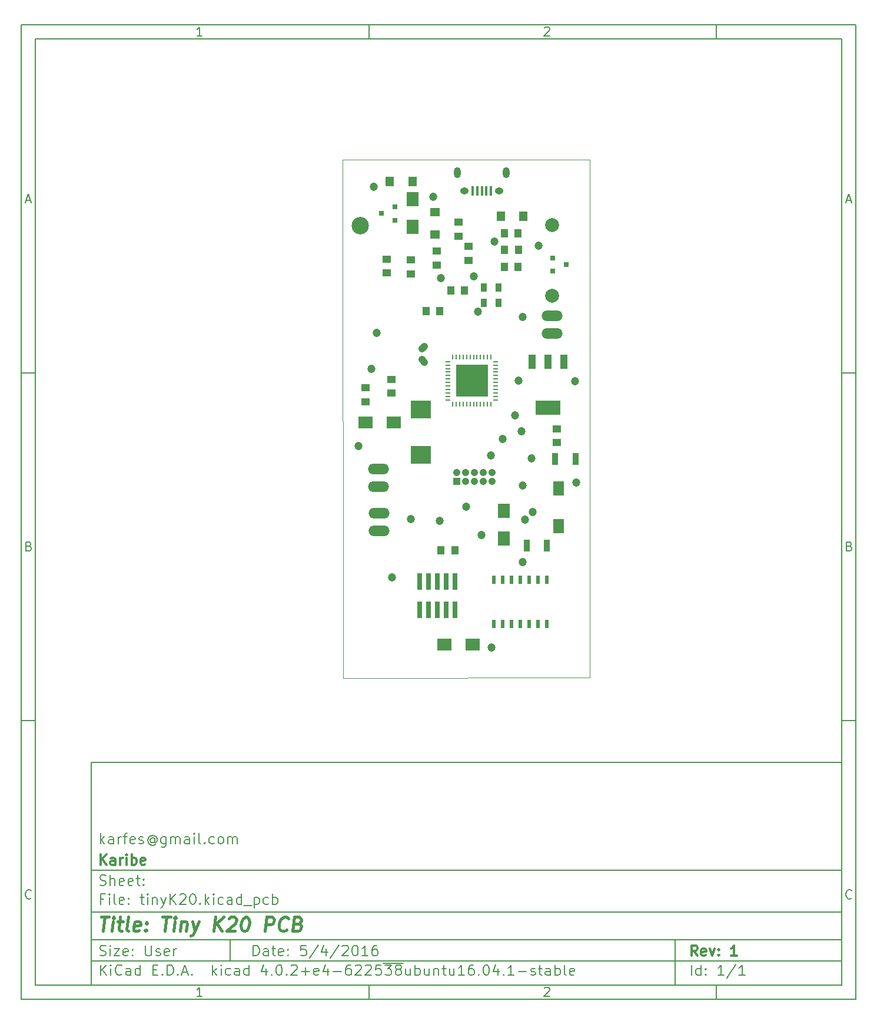
<source format=gbr>
G04 #@! TF.FileFunction,Soldermask,Top*
%FSLAX46Y46*%
G04 Gerber Fmt 4.6, Leading zero omitted, Abs format (unit mm)*
G04 Created by KiCad (PCBNEW 4.0.2+e4-6225~38~ubuntu16.04.1-stable) date Wed 01 Jun 2016 06:58:51 PM EAT*
%MOMM*%
G01*
G04 APERTURE LIST*
%ADD10C,0.100000*%
%ADD11C,0.150000*%
%ADD12C,0.300000*%
%ADD13C,0.400000*%
%ADD14R,0.250000X0.700000*%
%ADD15R,0.700000X0.250000*%
%ADD16R,4.600000X4.600000*%
%ADD17R,1.600000X2.000000*%
%ADD18R,0.400000X1.350000*%
%ADD19O,1.250000X0.950000*%
%ADD20O,1.000000X1.550000*%
%ADD21C,1.998980*%
%ADD22R,1.000000X1.250000*%
%ADD23R,1.250000X1.000000*%
%ADD24R,0.800100X0.800100*%
%ADD25R,3.657600X2.032000*%
%ADD26R,1.016000X2.032000*%
%ADD27R,0.508000X1.143000*%
%ADD28R,1.150620X1.399540*%
%ADD29R,1.399540X1.150620*%
%ADD30O,3.014980X1.506220*%
%ADD31C,1.000760*%
%ADD32R,0.760000X2.400000*%
%ADD33R,1.050000X1.050000*%
%ADD34C,1.050000*%
%ADD35R,3.000000X2.500000*%
%ADD36R,1.700000X2.000000*%
%ADD37R,0.900000X1.200000*%
%ADD38R,2.000000X1.700000*%
%ADD39R,0.900000X1.700000*%
%ADD40C,2.499360*%
%ADD41C,1.200000*%
%ADD42C,1.000000*%
G04 APERTURE END LIST*
D10*
D11*
X20004800Y-115994600D02*
X20004800Y-147994600D01*
X128004800Y-147994600D01*
X128004800Y-115994600D01*
X20004800Y-115994600D01*
D10*
D11*
X10000000Y-10000000D02*
X10000000Y-149994600D01*
X130004800Y-149994600D01*
X130004800Y-10000000D01*
X10000000Y-10000000D01*
D10*
D11*
X12000000Y-12000000D02*
X12000000Y-147994600D01*
X128004800Y-147994600D01*
X128004800Y-12000000D01*
X12000000Y-12000000D01*
D10*
D11*
X60000000Y-12000000D02*
X60000000Y-10000000D01*
D10*
D11*
X110000000Y-12000000D02*
X110000000Y-10000000D01*
D10*
D11*
X35990476Y-11588095D02*
X35247619Y-11588095D01*
X35619048Y-11588095D02*
X35619048Y-10288095D01*
X35495238Y-10473810D01*
X35371429Y-10597619D01*
X35247619Y-10659524D01*
D10*
D11*
X85247619Y-10411905D02*
X85309524Y-10350000D01*
X85433333Y-10288095D01*
X85742857Y-10288095D01*
X85866667Y-10350000D01*
X85928571Y-10411905D01*
X85990476Y-10535714D01*
X85990476Y-10659524D01*
X85928571Y-10845238D01*
X85185714Y-11588095D01*
X85990476Y-11588095D01*
D10*
D11*
X60000000Y-147994600D02*
X60000000Y-149994600D01*
D10*
D11*
X110000000Y-147994600D02*
X110000000Y-149994600D01*
D10*
D11*
X35990476Y-149582695D02*
X35247619Y-149582695D01*
X35619048Y-149582695D02*
X35619048Y-148282695D01*
X35495238Y-148468410D01*
X35371429Y-148592219D01*
X35247619Y-148654124D01*
D10*
D11*
X85247619Y-148406505D02*
X85309524Y-148344600D01*
X85433333Y-148282695D01*
X85742857Y-148282695D01*
X85866667Y-148344600D01*
X85928571Y-148406505D01*
X85990476Y-148530314D01*
X85990476Y-148654124D01*
X85928571Y-148839838D01*
X85185714Y-149582695D01*
X85990476Y-149582695D01*
D10*
D11*
X10000000Y-60000000D02*
X12000000Y-60000000D01*
D10*
D11*
X10000000Y-110000000D02*
X12000000Y-110000000D01*
D10*
D11*
X10690476Y-35216667D02*
X11309524Y-35216667D01*
X10566667Y-35588095D02*
X11000000Y-34288095D01*
X11433333Y-35588095D01*
D10*
D11*
X11092857Y-84907143D02*
X11278571Y-84969048D01*
X11340476Y-85030952D01*
X11402381Y-85154762D01*
X11402381Y-85340476D01*
X11340476Y-85464286D01*
X11278571Y-85526190D01*
X11154762Y-85588095D01*
X10659524Y-85588095D01*
X10659524Y-84288095D01*
X11092857Y-84288095D01*
X11216667Y-84350000D01*
X11278571Y-84411905D01*
X11340476Y-84535714D01*
X11340476Y-84659524D01*
X11278571Y-84783333D01*
X11216667Y-84845238D01*
X11092857Y-84907143D01*
X10659524Y-84907143D01*
D10*
D11*
X11402381Y-135464286D02*
X11340476Y-135526190D01*
X11154762Y-135588095D01*
X11030952Y-135588095D01*
X10845238Y-135526190D01*
X10721429Y-135402381D01*
X10659524Y-135278571D01*
X10597619Y-135030952D01*
X10597619Y-134845238D01*
X10659524Y-134597619D01*
X10721429Y-134473810D01*
X10845238Y-134350000D01*
X11030952Y-134288095D01*
X11154762Y-134288095D01*
X11340476Y-134350000D01*
X11402381Y-134411905D01*
D10*
D11*
X130004800Y-60000000D02*
X128004800Y-60000000D01*
D10*
D11*
X130004800Y-110000000D02*
X128004800Y-110000000D01*
D10*
D11*
X128695276Y-35216667D02*
X129314324Y-35216667D01*
X128571467Y-35588095D02*
X129004800Y-34288095D01*
X129438133Y-35588095D01*
D10*
D11*
X129097657Y-84907143D02*
X129283371Y-84969048D01*
X129345276Y-85030952D01*
X129407181Y-85154762D01*
X129407181Y-85340476D01*
X129345276Y-85464286D01*
X129283371Y-85526190D01*
X129159562Y-85588095D01*
X128664324Y-85588095D01*
X128664324Y-84288095D01*
X129097657Y-84288095D01*
X129221467Y-84350000D01*
X129283371Y-84411905D01*
X129345276Y-84535714D01*
X129345276Y-84659524D01*
X129283371Y-84783333D01*
X129221467Y-84845238D01*
X129097657Y-84907143D01*
X128664324Y-84907143D01*
D10*
D11*
X129407181Y-135464286D02*
X129345276Y-135526190D01*
X129159562Y-135588095D01*
X129035752Y-135588095D01*
X128850038Y-135526190D01*
X128726229Y-135402381D01*
X128664324Y-135278571D01*
X128602419Y-135030952D01*
X128602419Y-134845238D01*
X128664324Y-134597619D01*
X128726229Y-134473810D01*
X128850038Y-134350000D01*
X129035752Y-134288095D01*
X129159562Y-134288095D01*
X129345276Y-134350000D01*
X129407181Y-134411905D01*
D10*
D11*
X43361943Y-143773171D02*
X43361943Y-142273171D01*
X43719086Y-142273171D01*
X43933371Y-142344600D01*
X44076229Y-142487457D01*
X44147657Y-142630314D01*
X44219086Y-142916029D01*
X44219086Y-143130314D01*
X44147657Y-143416029D01*
X44076229Y-143558886D01*
X43933371Y-143701743D01*
X43719086Y-143773171D01*
X43361943Y-143773171D01*
X45504800Y-143773171D02*
X45504800Y-142987457D01*
X45433371Y-142844600D01*
X45290514Y-142773171D01*
X45004800Y-142773171D01*
X44861943Y-142844600D01*
X45504800Y-143701743D02*
X45361943Y-143773171D01*
X45004800Y-143773171D01*
X44861943Y-143701743D01*
X44790514Y-143558886D01*
X44790514Y-143416029D01*
X44861943Y-143273171D01*
X45004800Y-143201743D01*
X45361943Y-143201743D01*
X45504800Y-143130314D01*
X46004800Y-142773171D02*
X46576229Y-142773171D01*
X46219086Y-142273171D02*
X46219086Y-143558886D01*
X46290514Y-143701743D01*
X46433372Y-143773171D01*
X46576229Y-143773171D01*
X47647657Y-143701743D02*
X47504800Y-143773171D01*
X47219086Y-143773171D01*
X47076229Y-143701743D01*
X47004800Y-143558886D01*
X47004800Y-142987457D01*
X47076229Y-142844600D01*
X47219086Y-142773171D01*
X47504800Y-142773171D01*
X47647657Y-142844600D01*
X47719086Y-142987457D01*
X47719086Y-143130314D01*
X47004800Y-143273171D01*
X48361943Y-143630314D02*
X48433371Y-143701743D01*
X48361943Y-143773171D01*
X48290514Y-143701743D01*
X48361943Y-143630314D01*
X48361943Y-143773171D01*
X48361943Y-142844600D02*
X48433371Y-142916029D01*
X48361943Y-142987457D01*
X48290514Y-142916029D01*
X48361943Y-142844600D01*
X48361943Y-142987457D01*
X50933372Y-142273171D02*
X50219086Y-142273171D01*
X50147657Y-142987457D01*
X50219086Y-142916029D01*
X50361943Y-142844600D01*
X50719086Y-142844600D01*
X50861943Y-142916029D01*
X50933372Y-142987457D01*
X51004800Y-143130314D01*
X51004800Y-143487457D01*
X50933372Y-143630314D01*
X50861943Y-143701743D01*
X50719086Y-143773171D01*
X50361943Y-143773171D01*
X50219086Y-143701743D01*
X50147657Y-143630314D01*
X52719085Y-142201743D02*
X51433371Y-144130314D01*
X53861943Y-142773171D02*
X53861943Y-143773171D01*
X53504800Y-142201743D02*
X53147657Y-143273171D01*
X54076229Y-143273171D01*
X55719085Y-142201743D02*
X54433371Y-144130314D01*
X56147657Y-142416029D02*
X56219086Y-142344600D01*
X56361943Y-142273171D01*
X56719086Y-142273171D01*
X56861943Y-142344600D01*
X56933372Y-142416029D01*
X57004800Y-142558886D01*
X57004800Y-142701743D01*
X56933372Y-142916029D01*
X56076229Y-143773171D01*
X57004800Y-143773171D01*
X57933371Y-142273171D02*
X58076228Y-142273171D01*
X58219085Y-142344600D01*
X58290514Y-142416029D01*
X58361943Y-142558886D01*
X58433371Y-142844600D01*
X58433371Y-143201743D01*
X58361943Y-143487457D01*
X58290514Y-143630314D01*
X58219085Y-143701743D01*
X58076228Y-143773171D01*
X57933371Y-143773171D01*
X57790514Y-143701743D01*
X57719085Y-143630314D01*
X57647657Y-143487457D01*
X57576228Y-143201743D01*
X57576228Y-142844600D01*
X57647657Y-142558886D01*
X57719085Y-142416029D01*
X57790514Y-142344600D01*
X57933371Y-142273171D01*
X59861942Y-143773171D02*
X59004799Y-143773171D01*
X59433371Y-143773171D02*
X59433371Y-142273171D01*
X59290514Y-142487457D01*
X59147656Y-142630314D01*
X59004799Y-142701743D01*
X61147656Y-142273171D02*
X60861942Y-142273171D01*
X60719085Y-142344600D01*
X60647656Y-142416029D01*
X60504799Y-142630314D01*
X60433370Y-142916029D01*
X60433370Y-143487457D01*
X60504799Y-143630314D01*
X60576227Y-143701743D01*
X60719085Y-143773171D01*
X61004799Y-143773171D01*
X61147656Y-143701743D01*
X61219085Y-143630314D01*
X61290513Y-143487457D01*
X61290513Y-143130314D01*
X61219085Y-142987457D01*
X61147656Y-142916029D01*
X61004799Y-142844600D01*
X60719085Y-142844600D01*
X60576227Y-142916029D01*
X60504799Y-142987457D01*
X60433370Y-143130314D01*
D10*
D11*
X20004800Y-144494600D02*
X128004800Y-144494600D01*
D10*
D11*
X21361943Y-146573171D02*
X21361943Y-145073171D01*
X22219086Y-146573171D02*
X21576229Y-145716029D01*
X22219086Y-145073171D02*
X21361943Y-145930314D01*
X22861943Y-146573171D02*
X22861943Y-145573171D01*
X22861943Y-145073171D02*
X22790514Y-145144600D01*
X22861943Y-145216029D01*
X22933371Y-145144600D01*
X22861943Y-145073171D01*
X22861943Y-145216029D01*
X24433372Y-146430314D02*
X24361943Y-146501743D01*
X24147657Y-146573171D01*
X24004800Y-146573171D01*
X23790515Y-146501743D01*
X23647657Y-146358886D01*
X23576229Y-146216029D01*
X23504800Y-145930314D01*
X23504800Y-145716029D01*
X23576229Y-145430314D01*
X23647657Y-145287457D01*
X23790515Y-145144600D01*
X24004800Y-145073171D01*
X24147657Y-145073171D01*
X24361943Y-145144600D01*
X24433372Y-145216029D01*
X25719086Y-146573171D02*
X25719086Y-145787457D01*
X25647657Y-145644600D01*
X25504800Y-145573171D01*
X25219086Y-145573171D01*
X25076229Y-145644600D01*
X25719086Y-146501743D02*
X25576229Y-146573171D01*
X25219086Y-146573171D01*
X25076229Y-146501743D01*
X25004800Y-146358886D01*
X25004800Y-146216029D01*
X25076229Y-146073171D01*
X25219086Y-146001743D01*
X25576229Y-146001743D01*
X25719086Y-145930314D01*
X27076229Y-146573171D02*
X27076229Y-145073171D01*
X27076229Y-146501743D02*
X26933372Y-146573171D01*
X26647658Y-146573171D01*
X26504800Y-146501743D01*
X26433372Y-146430314D01*
X26361943Y-146287457D01*
X26361943Y-145858886D01*
X26433372Y-145716029D01*
X26504800Y-145644600D01*
X26647658Y-145573171D01*
X26933372Y-145573171D01*
X27076229Y-145644600D01*
X28933372Y-145787457D02*
X29433372Y-145787457D01*
X29647658Y-146573171D02*
X28933372Y-146573171D01*
X28933372Y-145073171D01*
X29647658Y-145073171D01*
X30290515Y-146430314D02*
X30361943Y-146501743D01*
X30290515Y-146573171D01*
X30219086Y-146501743D01*
X30290515Y-146430314D01*
X30290515Y-146573171D01*
X31004801Y-146573171D02*
X31004801Y-145073171D01*
X31361944Y-145073171D01*
X31576229Y-145144600D01*
X31719087Y-145287457D01*
X31790515Y-145430314D01*
X31861944Y-145716029D01*
X31861944Y-145930314D01*
X31790515Y-146216029D01*
X31719087Y-146358886D01*
X31576229Y-146501743D01*
X31361944Y-146573171D01*
X31004801Y-146573171D01*
X32504801Y-146430314D02*
X32576229Y-146501743D01*
X32504801Y-146573171D01*
X32433372Y-146501743D01*
X32504801Y-146430314D01*
X32504801Y-146573171D01*
X33147658Y-146144600D02*
X33861944Y-146144600D01*
X33004801Y-146573171D02*
X33504801Y-145073171D01*
X34004801Y-146573171D01*
X34504801Y-146430314D02*
X34576229Y-146501743D01*
X34504801Y-146573171D01*
X34433372Y-146501743D01*
X34504801Y-146430314D01*
X34504801Y-146573171D01*
X37504801Y-146573171D02*
X37504801Y-145073171D01*
X37647658Y-146001743D02*
X38076229Y-146573171D01*
X38076229Y-145573171D02*
X37504801Y-146144600D01*
X38719087Y-146573171D02*
X38719087Y-145573171D01*
X38719087Y-145073171D02*
X38647658Y-145144600D01*
X38719087Y-145216029D01*
X38790515Y-145144600D01*
X38719087Y-145073171D01*
X38719087Y-145216029D01*
X40076230Y-146501743D02*
X39933373Y-146573171D01*
X39647659Y-146573171D01*
X39504801Y-146501743D01*
X39433373Y-146430314D01*
X39361944Y-146287457D01*
X39361944Y-145858886D01*
X39433373Y-145716029D01*
X39504801Y-145644600D01*
X39647659Y-145573171D01*
X39933373Y-145573171D01*
X40076230Y-145644600D01*
X41361944Y-146573171D02*
X41361944Y-145787457D01*
X41290515Y-145644600D01*
X41147658Y-145573171D01*
X40861944Y-145573171D01*
X40719087Y-145644600D01*
X41361944Y-146501743D02*
X41219087Y-146573171D01*
X40861944Y-146573171D01*
X40719087Y-146501743D01*
X40647658Y-146358886D01*
X40647658Y-146216029D01*
X40719087Y-146073171D01*
X40861944Y-146001743D01*
X41219087Y-146001743D01*
X41361944Y-145930314D01*
X42719087Y-146573171D02*
X42719087Y-145073171D01*
X42719087Y-146501743D02*
X42576230Y-146573171D01*
X42290516Y-146573171D01*
X42147658Y-146501743D01*
X42076230Y-146430314D01*
X42004801Y-146287457D01*
X42004801Y-145858886D01*
X42076230Y-145716029D01*
X42147658Y-145644600D01*
X42290516Y-145573171D01*
X42576230Y-145573171D01*
X42719087Y-145644600D01*
X45219087Y-145573171D02*
X45219087Y-146573171D01*
X44861944Y-145001743D02*
X44504801Y-146073171D01*
X45433373Y-146073171D01*
X46004801Y-146430314D02*
X46076229Y-146501743D01*
X46004801Y-146573171D01*
X45933372Y-146501743D01*
X46004801Y-146430314D01*
X46004801Y-146573171D01*
X47004801Y-145073171D02*
X47147658Y-145073171D01*
X47290515Y-145144600D01*
X47361944Y-145216029D01*
X47433373Y-145358886D01*
X47504801Y-145644600D01*
X47504801Y-146001743D01*
X47433373Y-146287457D01*
X47361944Y-146430314D01*
X47290515Y-146501743D01*
X47147658Y-146573171D01*
X47004801Y-146573171D01*
X46861944Y-146501743D01*
X46790515Y-146430314D01*
X46719087Y-146287457D01*
X46647658Y-146001743D01*
X46647658Y-145644600D01*
X46719087Y-145358886D01*
X46790515Y-145216029D01*
X46861944Y-145144600D01*
X47004801Y-145073171D01*
X48147658Y-146430314D02*
X48219086Y-146501743D01*
X48147658Y-146573171D01*
X48076229Y-146501743D01*
X48147658Y-146430314D01*
X48147658Y-146573171D01*
X48790515Y-145216029D02*
X48861944Y-145144600D01*
X49004801Y-145073171D01*
X49361944Y-145073171D01*
X49504801Y-145144600D01*
X49576230Y-145216029D01*
X49647658Y-145358886D01*
X49647658Y-145501743D01*
X49576230Y-145716029D01*
X48719087Y-146573171D01*
X49647658Y-146573171D01*
X50290515Y-146001743D02*
X51433372Y-146001743D01*
X50861943Y-146573171D02*
X50861943Y-145430314D01*
X52719086Y-146501743D02*
X52576229Y-146573171D01*
X52290515Y-146573171D01*
X52147658Y-146501743D01*
X52076229Y-146358886D01*
X52076229Y-145787457D01*
X52147658Y-145644600D01*
X52290515Y-145573171D01*
X52576229Y-145573171D01*
X52719086Y-145644600D01*
X52790515Y-145787457D01*
X52790515Y-145930314D01*
X52076229Y-146073171D01*
X54076229Y-145573171D02*
X54076229Y-146573171D01*
X53719086Y-145001743D02*
X53361943Y-146073171D01*
X54290515Y-146073171D01*
X54861943Y-146001743D02*
X56004800Y-146001743D01*
X57361943Y-145073171D02*
X57076229Y-145073171D01*
X56933372Y-145144600D01*
X56861943Y-145216029D01*
X56719086Y-145430314D01*
X56647657Y-145716029D01*
X56647657Y-146287457D01*
X56719086Y-146430314D01*
X56790514Y-146501743D01*
X56933372Y-146573171D01*
X57219086Y-146573171D01*
X57361943Y-146501743D01*
X57433372Y-146430314D01*
X57504800Y-146287457D01*
X57504800Y-145930314D01*
X57433372Y-145787457D01*
X57361943Y-145716029D01*
X57219086Y-145644600D01*
X56933372Y-145644600D01*
X56790514Y-145716029D01*
X56719086Y-145787457D01*
X56647657Y-145930314D01*
X58076228Y-145216029D02*
X58147657Y-145144600D01*
X58290514Y-145073171D01*
X58647657Y-145073171D01*
X58790514Y-145144600D01*
X58861943Y-145216029D01*
X58933371Y-145358886D01*
X58933371Y-145501743D01*
X58861943Y-145716029D01*
X58004800Y-146573171D01*
X58933371Y-146573171D01*
X59504799Y-145216029D02*
X59576228Y-145144600D01*
X59719085Y-145073171D01*
X60076228Y-145073171D01*
X60219085Y-145144600D01*
X60290514Y-145216029D01*
X60361942Y-145358886D01*
X60361942Y-145501743D01*
X60290514Y-145716029D01*
X59433371Y-146573171D01*
X60361942Y-146573171D01*
X61719085Y-145073171D02*
X61004799Y-145073171D01*
X60933370Y-145787457D01*
X61004799Y-145716029D01*
X61147656Y-145644600D01*
X61504799Y-145644600D01*
X61647656Y-145716029D01*
X61719085Y-145787457D01*
X61790513Y-145930314D01*
X61790513Y-146287457D01*
X61719085Y-146430314D01*
X61647656Y-146501743D01*
X61504799Y-146573171D01*
X61147656Y-146573171D01*
X61004799Y-146501743D01*
X60933370Y-146430314D01*
X62290513Y-145073171D02*
X63219084Y-145073171D01*
X62719084Y-145644600D01*
X62933370Y-145644600D01*
X63076227Y-145716029D01*
X63147656Y-145787457D01*
X63219084Y-145930314D01*
X63219084Y-146287457D01*
X63147656Y-146430314D01*
X63076227Y-146501743D01*
X62933370Y-146573171D01*
X62504798Y-146573171D01*
X62361941Y-146501743D01*
X62290513Y-146430314D01*
X64076227Y-145716029D02*
X63933369Y-145644600D01*
X63861941Y-145573171D01*
X63790512Y-145430314D01*
X63790512Y-145358886D01*
X63861941Y-145216029D01*
X63933369Y-145144600D01*
X64076227Y-145073171D01*
X64361941Y-145073171D01*
X64504798Y-145144600D01*
X64576227Y-145216029D01*
X64647655Y-145358886D01*
X64647655Y-145430314D01*
X64576227Y-145573171D01*
X64504798Y-145644600D01*
X64361941Y-145716029D01*
X64076227Y-145716029D01*
X63933369Y-145787457D01*
X63861941Y-145858886D01*
X63790512Y-146001743D01*
X63790512Y-146287457D01*
X63861941Y-146430314D01*
X63933369Y-146501743D01*
X64076227Y-146573171D01*
X64361941Y-146573171D01*
X64504798Y-146501743D01*
X64576227Y-146430314D01*
X64647655Y-146287457D01*
X64647655Y-146001743D01*
X64576227Y-145858886D01*
X64504798Y-145787457D01*
X64361941Y-145716029D01*
X62076227Y-144814600D02*
X64933369Y-144814600D01*
X65933369Y-145573171D02*
X65933369Y-146573171D01*
X65290512Y-145573171D02*
X65290512Y-146358886D01*
X65361940Y-146501743D01*
X65504798Y-146573171D01*
X65719083Y-146573171D01*
X65861940Y-146501743D01*
X65933369Y-146430314D01*
X66647655Y-146573171D02*
X66647655Y-145073171D01*
X66647655Y-145644600D02*
X66790512Y-145573171D01*
X67076226Y-145573171D01*
X67219083Y-145644600D01*
X67290512Y-145716029D01*
X67361941Y-145858886D01*
X67361941Y-146287457D01*
X67290512Y-146430314D01*
X67219083Y-146501743D01*
X67076226Y-146573171D01*
X66790512Y-146573171D01*
X66647655Y-146501743D01*
X68647655Y-145573171D02*
X68647655Y-146573171D01*
X68004798Y-145573171D02*
X68004798Y-146358886D01*
X68076226Y-146501743D01*
X68219084Y-146573171D01*
X68433369Y-146573171D01*
X68576226Y-146501743D01*
X68647655Y-146430314D01*
X69361941Y-145573171D02*
X69361941Y-146573171D01*
X69361941Y-145716029D02*
X69433369Y-145644600D01*
X69576227Y-145573171D01*
X69790512Y-145573171D01*
X69933369Y-145644600D01*
X70004798Y-145787457D01*
X70004798Y-146573171D01*
X70504798Y-145573171D02*
X71076227Y-145573171D01*
X70719084Y-145073171D02*
X70719084Y-146358886D01*
X70790512Y-146501743D01*
X70933370Y-146573171D01*
X71076227Y-146573171D01*
X72219084Y-145573171D02*
X72219084Y-146573171D01*
X71576227Y-145573171D02*
X71576227Y-146358886D01*
X71647655Y-146501743D01*
X71790513Y-146573171D01*
X72004798Y-146573171D01*
X72147655Y-146501743D01*
X72219084Y-146430314D01*
X73719084Y-146573171D02*
X72861941Y-146573171D01*
X73290513Y-146573171D02*
X73290513Y-145073171D01*
X73147656Y-145287457D01*
X73004798Y-145430314D01*
X72861941Y-145501743D01*
X75004798Y-145073171D02*
X74719084Y-145073171D01*
X74576227Y-145144600D01*
X74504798Y-145216029D01*
X74361941Y-145430314D01*
X74290512Y-145716029D01*
X74290512Y-146287457D01*
X74361941Y-146430314D01*
X74433369Y-146501743D01*
X74576227Y-146573171D01*
X74861941Y-146573171D01*
X75004798Y-146501743D01*
X75076227Y-146430314D01*
X75147655Y-146287457D01*
X75147655Y-145930314D01*
X75076227Y-145787457D01*
X75004798Y-145716029D01*
X74861941Y-145644600D01*
X74576227Y-145644600D01*
X74433369Y-145716029D01*
X74361941Y-145787457D01*
X74290512Y-145930314D01*
X75790512Y-146430314D02*
X75861940Y-146501743D01*
X75790512Y-146573171D01*
X75719083Y-146501743D01*
X75790512Y-146430314D01*
X75790512Y-146573171D01*
X76790512Y-145073171D02*
X76933369Y-145073171D01*
X77076226Y-145144600D01*
X77147655Y-145216029D01*
X77219084Y-145358886D01*
X77290512Y-145644600D01*
X77290512Y-146001743D01*
X77219084Y-146287457D01*
X77147655Y-146430314D01*
X77076226Y-146501743D01*
X76933369Y-146573171D01*
X76790512Y-146573171D01*
X76647655Y-146501743D01*
X76576226Y-146430314D01*
X76504798Y-146287457D01*
X76433369Y-146001743D01*
X76433369Y-145644600D01*
X76504798Y-145358886D01*
X76576226Y-145216029D01*
X76647655Y-145144600D01*
X76790512Y-145073171D01*
X78576226Y-145573171D02*
X78576226Y-146573171D01*
X78219083Y-145001743D02*
X77861940Y-146073171D01*
X78790512Y-146073171D01*
X79361940Y-146430314D02*
X79433368Y-146501743D01*
X79361940Y-146573171D01*
X79290511Y-146501743D01*
X79361940Y-146430314D01*
X79361940Y-146573171D01*
X80861940Y-146573171D02*
X80004797Y-146573171D01*
X80433369Y-146573171D02*
X80433369Y-145073171D01*
X80290512Y-145287457D01*
X80147654Y-145430314D01*
X80004797Y-145501743D01*
X81504797Y-146001743D02*
X82647654Y-146001743D01*
X83290511Y-146501743D02*
X83433368Y-146573171D01*
X83719083Y-146573171D01*
X83861940Y-146501743D01*
X83933368Y-146358886D01*
X83933368Y-146287457D01*
X83861940Y-146144600D01*
X83719083Y-146073171D01*
X83504797Y-146073171D01*
X83361940Y-146001743D01*
X83290511Y-145858886D01*
X83290511Y-145787457D01*
X83361940Y-145644600D01*
X83504797Y-145573171D01*
X83719083Y-145573171D01*
X83861940Y-145644600D01*
X84361940Y-145573171D02*
X84933369Y-145573171D01*
X84576226Y-145073171D02*
X84576226Y-146358886D01*
X84647654Y-146501743D01*
X84790512Y-146573171D01*
X84933369Y-146573171D01*
X86076226Y-146573171D02*
X86076226Y-145787457D01*
X86004797Y-145644600D01*
X85861940Y-145573171D01*
X85576226Y-145573171D01*
X85433369Y-145644600D01*
X86076226Y-146501743D02*
X85933369Y-146573171D01*
X85576226Y-146573171D01*
X85433369Y-146501743D01*
X85361940Y-146358886D01*
X85361940Y-146216029D01*
X85433369Y-146073171D01*
X85576226Y-146001743D01*
X85933369Y-146001743D01*
X86076226Y-145930314D01*
X86790512Y-146573171D02*
X86790512Y-145073171D01*
X86790512Y-145644600D02*
X86933369Y-145573171D01*
X87219083Y-145573171D01*
X87361940Y-145644600D01*
X87433369Y-145716029D01*
X87504798Y-145858886D01*
X87504798Y-146287457D01*
X87433369Y-146430314D01*
X87361940Y-146501743D01*
X87219083Y-146573171D01*
X86933369Y-146573171D01*
X86790512Y-146501743D01*
X88361941Y-146573171D02*
X88219083Y-146501743D01*
X88147655Y-146358886D01*
X88147655Y-145073171D01*
X89504797Y-146501743D02*
X89361940Y-146573171D01*
X89076226Y-146573171D01*
X88933369Y-146501743D01*
X88861940Y-146358886D01*
X88861940Y-145787457D01*
X88933369Y-145644600D01*
X89076226Y-145573171D01*
X89361940Y-145573171D01*
X89504797Y-145644600D01*
X89576226Y-145787457D01*
X89576226Y-145930314D01*
X88861940Y-146073171D01*
D10*
D11*
X20004800Y-141494600D02*
X128004800Y-141494600D01*
D10*
D12*
X107219086Y-143773171D02*
X106719086Y-143058886D01*
X106361943Y-143773171D02*
X106361943Y-142273171D01*
X106933371Y-142273171D01*
X107076229Y-142344600D01*
X107147657Y-142416029D01*
X107219086Y-142558886D01*
X107219086Y-142773171D01*
X107147657Y-142916029D01*
X107076229Y-142987457D01*
X106933371Y-143058886D01*
X106361943Y-143058886D01*
X108433371Y-143701743D02*
X108290514Y-143773171D01*
X108004800Y-143773171D01*
X107861943Y-143701743D01*
X107790514Y-143558886D01*
X107790514Y-142987457D01*
X107861943Y-142844600D01*
X108004800Y-142773171D01*
X108290514Y-142773171D01*
X108433371Y-142844600D01*
X108504800Y-142987457D01*
X108504800Y-143130314D01*
X107790514Y-143273171D01*
X109004800Y-142773171D02*
X109361943Y-143773171D01*
X109719085Y-142773171D01*
X110290514Y-143630314D02*
X110361942Y-143701743D01*
X110290514Y-143773171D01*
X110219085Y-143701743D01*
X110290514Y-143630314D01*
X110290514Y-143773171D01*
X110290514Y-142844600D02*
X110361942Y-142916029D01*
X110290514Y-142987457D01*
X110219085Y-142916029D01*
X110290514Y-142844600D01*
X110290514Y-142987457D01*
X112933371Y-143773171D02*
X112076228Y-143773171D01*
X112504800Y-143773171D02*
X112504800Y-142273171D01*
X112361943Y-142487457D01*
X112219085Y-142630314D01*
X112076228Y-142701743D01*
D10*
D11*
X21290514Y-143701743D02*
X21504800Y-143773171D01*
X21861943Y-143773171D01*
X22004800Y-143701743D01*
X22076229Y-143630314D01*
X22147657Y-143487457D01*
X22147657Y-143344600D01*
X22076229Y-143201743D01*
X22004800Y-143130314D01*
X21861943Y-143058886D01*
X21576229Y-142987457D01*
X21433371Y-142916029D01*
X21361943Y-142844600D01*
X21290514Y-142701743D01*
X21290514Y-142558886D01*
X21361943Y-142416029D01*
X21433371Y-142344600D01*
X21576229Y-142273171D01*
X21933371Y-142273171D01*
X22147657Y-142344600D01*
X22790514Y-143773171D02*
X22790514Y-142773171D01*
X22790514Y-142273171D02*
X22719085Y-142344600D01*
X22790514Y-142416029D01*
X22861942Y-142344600D01*
X22790514Y-142273171D01*
X22790514Y-142416029D01*
X23361943Y-142773171D02*
X24147657Y-142773171D01*
X23361943Y-143773171D01*
X24147657Y-143773171D01*
X25290514Y-143701743D02*
X25147657Y-143773171D01*
X24861943Y-143773171D01*
X24719086Y-143701743D01*
X24647657Y-143558886D01*
X24647657Y-142987457D01*
X24719086Y-142844600D01*
X24861943Y-142773171D01*
X25147657Y-142773171D01*
X25290514Y-142844600D01*
X25361943Y-142987457D01*
X25361943Y-143130314D01*
X24647657Y-143273171D01*
X26004800Y-143630314D02*
X26076228Y-143701743D01*
X26004800Y-143773171D01*
X25933371Y-143701743D01*
X26004800Y-143630314D01*
X26004800Y-143773171D01*
X26004800Y-142844600D02*
X26076228Y-142916029D01*
X26004800Y-142987457D01*
X25933371Y-142916029D01*
X26004800Y-142844600D01*
X26004800Y-142987457D01*
X27861943Y-142273171D02*
X27861943Y-143487457D01*
X27933371Y-143630314D01*
X28004800Y-143701743D01*
X28147657Y-143773171D01*
X28433371Y-143773171D01*
X28576229Y-143701743D01*
X28647657Y-143630314D01*
X28719086Y-143487457D01*
X28719086Y-142273171D01*
X29361943Y-143701743D02*
X29504800Y-143773171D01*
X29790515Y-143773171D01*
X29933372Y-143701743D01*
X30004800Y-143558886D01*
X30004800Y-143487457D01*
X29933372Y-143344600D01*
X29790515Y-143273171D01*
X29576229Y-143273171D01*
X29433372Y-143201743D01*
X29361943Y-143058886D01*
X29361943Y-142987457D01*
X29433372Y-142844600D01*
X29576229Y-142773171D01*
X29790515Y-142773171D01*
X29933372Y-142844600D01*
X31219086Y-143701743D02*
X31076229Y-143773171D01*
X30790515Y-143773171D01*
X30647658Y-143701743D01*
X30576229Y-143558886D01*
X30576229Y-142987457D01*
X30647658Y-142844600D01*
X30790515Y-142773171D01*
X31076229Y-142773171D01*
X31219086Y-142844600D01*
X31290515Y-142987457D01*
X31290515Y-143130314D01*
X30576229Y-143273171D01*
X31933372Y-143773171D02*
X31933372Y-142773171D01*
X31933372Y-143058886D02*
X32004800Y-142916029D01*
X32076229Y-142844600D01*
X32219086Y-142773171D01*
X32361943Y-142773171D01*
D10*
D11*
X106361943Y-146573171D02*
X106361943Y-145073171D01*
X107719086Y-146573171D02*
X107719086Y-145073171D01*
X107719086Y-146501743D02*
X107576229Y-146573171D01*
X107290515Y-146573171D01*
X107147657Y-146501743D01*
X107076229Y-146430314D01*
X107004800Y-146287457D01*
X107004800Y-145858886D01*
X107076229Y-145716029D01*
X107147657Y-145644600D01*
X107290515Y-145573171D01*
X107576229Y-145573171D01*
X107719086Y-145644600D01*
X108433372Y-146430314D02*
X108504800Y-146501743D01*
X108433372Y-146573171D01*
X108361943Y-146501743D01*
X108433372Y-146430314D01*
X108433372Y-146573171D01*
X108433372Y-145644600D02*
X108504800Y-145716029D01*
X108433372Y-145787457D01*
X108361943Y-145716029D01*
X108433372Y-145644600D01*
X108433372Y-145787457D01*
X111076229Y-146573171D02*
X110219086Y-146573171D01*
X110647658Y-146573171D02*
X110647658Y-145073171D01*
X110504801Y-145287457D01*
X110361943Y-145430314D01*
X110219086Y-145501743D01*
X112790514Y-145001743D02*
X111504800Y-146930314D01*
X114076229Y-146573171D02*
X113219086Y-146573171D01*
X113647658Y-146573171D02*
X113647658Y-145073171D01*
X113504801Y-145287457D01*
X113361943Y-145430314D01*
X113219086Y-145501743D01*
D10*
D11*
X20004800Y-137494600D02*
X128004800Y-137494600D01*
D10*
D13*
X21457181Y-138199362D02*
X22600038Y-138199362D01*
X21778610Y-140199362D02*
X22028610Y-138199362D01*
X23016705Y-140199362D02*
X23183371Y-138866029D01*
X23266705Y-138199362D02*
X23159562Y-138294600D01*
X23242895Y-138389838D01*
X23350039Y-138294600D01*
X23266705Y-138199362D01*
X23242895Y-138389838D01*
X23850038Y-138866029D02*
X24611943Y-138866029D01*
X24219086Y-138199362D02*
X24004800Y-139913648D01*
X24076230Y-140104124D01*
X24254801Y-140199362D01*
X24445277Y-140199362D01*
X25397658Y-140199362D02*
X25219087Y-140104124D01*
X25147657Y-139913648D01*
X25361943Y-138199362D01*
X26933372Y-140104124D02*
X26730991Y-140199362D01*
X26350039Y-140199362D01*
X26171467Y-140104124D01*
X26100038Y-139913648D01*
X26195276Y-139151743D01*
X26314324Y-138961267D01*
X26516705Y-138866029D01*
X26897657Y-138866029D01*
X27076229Y-138961267D01*
X27147657Y-139151743D01*
X27123848Y-139342219D01*
X26147657Y-139532695D01*
X27897657Y-140008886D02*
X27980992Y-140104124D01*
X27873848Y-140199362D01*
X27790515Y-140104124D01*
X27897657Y-140008886D01*
X27873848Y-140199362D01*
X28028610Y-138961267D02*
X28111944Y-139056505D01*
X28004800Y-139151743D01*
X27921467Y-139056505D01*
X28028610Y-138961267D01*
X28004800Y-139151743D01*
X30314325Y-138199362D02*
X31457182Y-138199362D01*
X30635754Y-140199362D02*
X30885754Y-138199362D01*
X31873849Y-140199362D02*
X32040515Y-138866029D01*
X32123849Y-138199362D02*
X32016706Y-138294600D01*
X32100039Y-138389838D01*
X32207183Y-138294600D01*
X32123849Y-138199362D01*
X32100039Y-138389838D01*
X32992896Y-138866029D02*
X32826230Y-140199362D01*
X32969087Y-139056505D02*
X33076231Y-138961267D01*
X33278611Y-138866029D01*
X33564325Y-138866029D01*
X33742897Y-138961267D01*
X33814325Y-139151743D01*
X33683373Y-140199362D01*
X34611944Y-138866029D02*
X34921469Y-140199362D01*
X35564325Y-138866029D02*
X34921469Y-140199362D01*
X34671469Y-140675552D01*
X34564325Y-140770790D01*
X34361944Y-140866029D01*
X37683374Y-140199362D02*
X37933374Y-138199362D01*
X38826232Y-140199362D02*
X38111946Y-139056505D01*
X39076232Y-138199362D02*
X37790517Y-139342219D01*
X39814326Y-138389838D02*
X39921469Y-138294600D01*
X40123851Y-138199362D01*
X40600041Y-138199362D01*
X40778612Y-138294600D01*
X40861945Y-138389838D01*
X40933375Y-138580314D01*
X40909565Y-138770790D01*
X40778612Y-139056505D01*
X39492898Y-140199362D01*
X40730994Y-140199362D01*
X42219089Y-138199362D02*
X42409565Y-138199362D01*
X42588136Y-138294600D01*
X42671469Y-138389838D01*
X42742898Y-138580314D01*
X42790518Y-138961267D01*
X42730994Y-139437457D01*
X42588136Y-139818410D01*
X42469088Y-140008886D01*
X42361946Y-140104124D01*
X42159565Y-140199362D01*
X41969089Y-140199362D01*
X41790518Y-140104124D01*
X41707184Y-140008886D01*
X41635755Y-139818410D01*
X41588136Y-139437457D01*
X41647660Y-138961267D01*
X41790517Y-138580314D01*
X41909565Y-138389838D01*
X42016708Y-138294600D01*
X42219089Y-138199362D01*
X45016708Y-140199362D02*
X45266708Y-138199362D01*
X46028613Y-138199362D01*
X46207184Y-138294600D01*
X46290518Y-138389838D01*
X46361947Y-138580314D01*
X46326232Y-138866029D01*
X46207185Y-139056505D01*
X46100041Y-139151743D01*
X45897660Y-139246981D01*
X45135755Y-139246981D01*
X48183375Y-140008886D02*
X48076233Y-140104124D01*
X47778613Y-140199362D01*
X47588137Y-140199362D01*
X47314328Y-140104124D01*
X47147661Y-139913648D01*
X47076232Y-139723171D01*
X47028613Y-139342219D01*
X47064327Y-139056505D01*
X47207184Y-138675552D01*
X47326233Y-138485076D01*
X47540518Y-138294600D01*
X47838137Y-138199362D01*
X48028613Y-138199362D01*
X48302423Y-138294600D01*
X48385756Y-138389838D01*
X49814327Y-139151743D02*
X50088136Y-139246981D01*
X50171471Y-139342219D01*
X50242899Y-139532695D01*
X50207185Y-139818410D01*
X50088137Y-140008886D01*
X49980994Y-140104124D01*
X49778613Y-140199362D01*
X49016708Y-140199362D01*
X49266708Y-138199362D01*
X49933375Y-138199362D01*
X50111946Y-138294600D01*
X50195279Y-138389838D01*
X50266709Y-138580314D01*
X50242899Y-138770790D01*
X50123851Y-138961267D01*
X50016708Y-139056505D01*
X49814327Y-139151743D01*
X49147660Y-139151743D01*
D10*
D11*
X21861943Y-135587457D02*
X21361943Y-135587457D01*
X21361943Y-136373171D02*
X21361943Y-134873171D01*
X22076229Y-134873171D01*
X22647657Y-136373171D02*
X22647657Y-135373171D01*
X22647657Y-134873171D02*
X22576228Y-134944600D01*
X22647657Y-135016029D01*
X22719085Y-134944600D01*
X22647657Y-134873171D01*
X22647657Y-135016029D01*
X23576229Y-136373171D02*
X23433371Y-136301743D01*
X23361943Y-136158886D01*
X23361943Y-134873171D01*
X24719085Y-136301743D02*
X24576228Y-136373171D01*
X24290514Y-136373171D01*
X24147657Y-136301743D01*
X24076228Y-136158886D01*
X24076228Y-135587457D01*
X24147657Y-135444600D01*
X24290514Y-135373171D01*
X24576228Y-135373171D01*
X24719085Y-135444600D01*
X24790514Y-135587457D01*
X24790514Y-135730314D01*
X24076228Y-135873171D01*
X25433371Y-136230314D02*
X25504799Y-136301743D01*
X25433371Y-136373171D01*
X25361942Y-136301743D01*
X25433371Y-136230314D01*
X25433371Y-136373171D01*
X25433371Y-135444600D02*
X25504799Y-135516029D01*
X25433371Y-135587457D01*
X25361942Y-135516029D01*
X25433371Y-135444600D01*
X25433371Y-135587457D01*
X27076228Y-135373171D02*
X27647657Y-135373171D01*
X27290514Y-134873171D02*
X27290514Y-136158886D01*
X27361942Y-136301743D01*
X27504800Y-136373171D01*
X27647657Y-136373171D01*
X28147657Y-136373171D02*
X28147657Y-135373171D01*
X28147657Y-134873171D02*
X28076228Y-134944600D01*
X28147657Y-135016029D01*
X28219085Y-134944600D01*
X28147657Y-134873171D01*
X28147657Y-135016029D01*
X28861943Y-135373171D02*
X28861943Y-136373171D01*
X28861943Y-135516029D02*
X28933371Y-135444600D01*
X29076229Y-135373171D01*
X29290514Y-135373171D01*
X29433371Y-135444600D01*
X29504800Y-135587457D01*
X29504800Y-136373171D01*
X30076229Y-135373171D02*
X30433372Y-136373171D01*
X30790514Y-135373171D02*
X30433372Y-136373171D01*
X30290514Y-136730314D01*
X30219086Y-136801743D01*
X30076229Y-136873171D01*
X31361943Y-136373171D02*
X31361943Y-134873171D01*
X32219086Y-136373171D02*
X31576229Y-135516029D01*
X32219086Y-134873171D02*
X31361943Y-135730314D01*
X32790514Y-135016029D02*
X32861943Y-134944600D01*
X33004800Y-134873171D01*
X33361943Y-134873171D01*
X33504800Y-134944600D01*
X33576229Y-135016029D01*
X33647657Y-135158886D01*
X33647657Y-135301743D01*
X33576229Y-135516029D01*
X32719086Y-136373171D01*
X33647657Y-136373171D01*
X34576228Y-134873171D02*
X34719085Y-134873171D01*
X34861942Y-134944600D01*
X34933371Y-135016029D01*
X35004800Y-135158886D01*
X35076228Y-135444600D01*
X35076228Y-135801743D01*
X35004800Y-136087457D01*
X34933371Y-136230314D01*
X34861942Y-136301743D01*
X34719085Y-136373171D01*
X34576228Y-136373171D01*
X34433371Y-136301743D01*
X34361942Y-136230314D01*
X34290514Y-136087457D01*
X34219085Y-135801743D01*
X34219085Y-135444600D01*
X34290514Y-135158886D01*
X34361942Y-135016029D01*
X34433371Y-134944600D01*
X34576228Y-134873171D01*
X35719085Y-136230314D02*
X35790513Y-136301743D01*
X35719085Y-136373171D01*
X35647656Y-136301743D01*
X35719085Y-136230314D01*
X35719085Y-136373171D01*
X36433371Y-136373171D02*
X36433371Y-134873171D01*
X36576228Y-135801743D02*
X37004799Y-136373171D01*
X37004799Y-135373171D02*
X36433371Y-135944600D01*
X37647657Y-136373171D02*
X37647657Y-135373171D01*
X37647657Y-134873171D02*
X37576228Y-134944600D01*
X37647657Y-135016029D01*
X37719085Y-134944600D01*
X37647657Y-134873171D01*
X37647657Y-135016029D01*
X39004800Y-136301743D02*
X38861943Y-136373171D01*
X38576229Y-136373171D01*
X38433371Y-136301743D01*
X38361943Y-136230314D01*
X38290514Y-136087457D01*
X38290514Y-135658886D01*
X38361943Y-135516029D01*
X38433371Y-135444600D01*
X38576229Y-135373171D01*
X38861943Y-135373171D01*
X39004800Y-135444600D01*
X40290514Y-136373171D02*
X40290514Y-135587457D01*
X40219085Y-135444600D01*
X40076228Y-135373171D01*
X39790514Y-135373171D01*
X39647657Y-135444600D01*
X40290514Y-136301743D02*
X40147657Y-136373171D01*
X39790514Y-136373171D01*
X39647657Y-136301743D01*
X39576228Y-136158886D01*
X39576228Y-136016029D01*
X39647657Y-135873171D01*
X39790514Y-135801743D01*
X40147657Y-135801743D01*
X40290514Y-135730314D01*
X41647657Y-136373171D02*
X41647657Y-134873171D01*
X41647657Y-136301743D02*
X41504800Y-136373171D01*
X41219086Y-136373171D01*
X41076228Y-136301743D01*
X41004800Y-136230314D01*
X40933371Y-136087457D01*
X40933371Y-135658886D01*
X41004800Y-135516029D01*
X41076228Y-135444600D01*
X41219086Y-135373171D01*
X41504800Y-135373171D01*
X41647657Y-135444600D01*
X42004800Y-136516029D02*
X43147657Y-136516029D01*
X43504800Y-135373171D02*
X43504800Y-136873171D01*
X43504800Y-135444600D02*
X43647657Y-135373171D01*
X43933371Y-135373171D01*
X44076228Y-135444600D01*
X44147657Y-135516029D01*
X44219086Y-135658886D01*
X44219086Y-136087457D01*
X44147657Y-136230314D01*
X44076228Y-136301743D01*
X43933371Y-136373171D01*
X43647657Y-136373171D01*
X43504800Y-136301743D01*
X45504800Y-136301743D02*
X45361943Y-136373171D01*
X45076229Y-136373171D01*
X44933371Y-136301743D01*
X44861943Y-136230314D01*
X44790514Y-136087457D01*
X44790514Y-135658886D01*
X44861943Y-135516029D01*
X44933371Y-135444600D01*
X45076229Y-135373171D01*
X45361943Y-135373171D01*
X45504800Y-135444600D01*
X46147657Y-136373171D02*
X46147657Y-134873171D01*
X46147657Y-135444600D02*
X46290514Y-135373171D01*
X46576228Y-135373171D01*
X46719085Y-135444600D01*
X46790514Y-135516029D01*
X46861943Y-135658886D01*
X46861943Y-136087457D01*
X46790514Y-136230314D01*
X46719085Y-136301743D01*
X46576228Y-136373171D01*
X46290514Y-136373171D01*
X46147657Y-136301743D01*
D10*
D11*
X20004800Y-131494600D02*
X128004800Y-131494600D01*
D10*
D11*
X21290514Y-133601743D02*
X21504800Y-133673171D01*
X21861943Y-133673171D01*
X22004800Y-133601743D01*
X22076229Y-133530314D01*
X22147657Y-133387457D01*
X22147657Y-133244600D01*
X22076229Y-133101743D01*
X22004800Y-133030314D01*
X21861943Y-132958886D01*
X21576229Y-132887457D01*
X21433371Y-132816029D01*
X21361943Y-132744600D01*
X21290514Y-132601743D01*
X21290514Y-132458886D01*
X21361943Y-132316029D01*
X21433371Y-132244600D01*
X21576229Y-132173171D01*
X21933371Y-132173171D01*
X22147657Y-132244600D01*
X22790514Y-133673171D02*
X22790514Y-132173171D01*
X23433371Y-133673171D02*
X23433371Y-132887457D01*
X23361942Y-132744600D01*
X23219085Y-132673171D01*
X23004800Y-132673171D01*
X22861942Y-132744600D01*
X22790514Y-132816029D01*
X24719085Y-133601743D02*
X24576228Y-133673171D01*
X24290514Y-133673171D01*
X24147657Y-133601743D01*
X24076228Y-133458886D01*
X24076228Y-132887457D01*
X24147657Y-132744600D01*
X24290514Y-132673171D01*
X24576228Y-132673171D01*
X24719085Y-132744600D01*
X24790514Y-132887457D01*
X24790514Y-133030314D01*
X24076228Y-133173171D01*
X26004799Y-133601743D02*
X25861942Y-133673171D01*
X25576228Y-133673171D01*
X25433371Y-133601743D01*
X25361942Y-133458886D01*
X25361942Y-132887457D01*
X25433371Y-132744600D01*
X25576228Y-132673171D01*
X25861942Y-132673171D01*
X26004799Y-132744600D01*
X26076228Y-132887457D01*
X26076228Y-133030314D01*
X25361942Y-133173171D01*
X26504799Y-132673171D02*
X27076228Y-132673171D01*
X26719085Y-132173171D02*
X26719085Y-133458886D01*
X26790513Y-133601743D01*
X26933371Y-133673171D01*
X27076228Y-133673171D01*
X27576228Y-133530314D02*
X27647656Y-133601743D01*
X27576228Y-133673171D01*
X27504799Y-133601743D01*
X27576228Y-133530314D01*
X27576228Y-133673171D01*
X27576228Y-132744600D02*
X27647656Y-132816029D01*
X27576228Y-132887457D01*
X27504799Y-132816029D01*
X27576228Y-132744600D01*
X27576228Y-132887457D01*
D10*
D12*
X21361943Y-130673171D02*
X21361943Y-129173171D01*
X22219086Y-130673171D02*
X21576229Y-129816029D01*
X22219086Y-129173171D02*
X21361943Y-130030314D01*
X23504800Y-130673171D02*
X23504800Y-129887457D01*
X23433371Y-129744600D01*
X23290514Y-129673171D01*
X23004800Y-129673171D01*
X22861943Y-129744600D01*
X23504800Y-130601743D02*
X23361943Y-130673171D01*
X23004800Y-130673171D01*
X22861943Y-130601743D01*
X22790514Y-130458886D01*
X22790514Y-130316029D01*
X22861943Y-130173171D01*
X23004800Y-130101743D01*
X23361943Y-130101743D01*
X23504800Y-130030314D01*
X24219086Y-130673171D02*
X24219086Y-129673171D01*
X24219086Y-129958886D02*
X24290514Y-129816029D01*
X24361943Y-129744600D01*
X24504800Y-129673171D01*
X24647657Y-129673171D01*
X25147657Y-130673171D02*
X25147657Y-129673171D01*
X25147657Y-129173171D02*
X25076228Y-129244600D01*
X25147657Y-129316029D01*
X25219085Y-129244600D01*
X25147657Y-129173171D01*
X25147657Y-129316029D01*
X25861943Y-130673171D02*
X25861943Y-129173171D01*
X25861943Y-129744600D02*
X26004800Y-129673171D01*
X26290514Y-129673171D01*
X26433371Y-129744600D01*
X26504800Y-129816029D01*
X26576229Y-129958886D01*
X26576229Y-130387457D01*
X26504800Y-130530314D01*
X26433371Y-130601743D01*
X26290514Y-130673171D01*
X26004800Y-130673171D01*
X25861943Y-130601743D01*
X27790514Y-130601743D02*
X27647657Y-130673171D01*
X27361943Y-130673171D01*
X27219086Y-130601743D01*
X27147657Y-130458886D01*
X27147657Y-129887457D01*
X27219086Y-129744600D01*
X27361943Y-129673171D01*
X27647657Y-129673171D01*
X27790514Y-129744600D01*
X27861943Y-129887457D01*
X27861943Y-130030314D01*
X27147657Y-130173171D01*
D10*
D11*
X21361943Y-127673171D02*
X21361943Y-126173171D01*
X21504800Y-127101743D02*
X21933371Y-127673171D01*
X21933371Y-126673171D02*
X21361943Y-127244600D01*
X23219086Y-127673171D02*
X23219086Y-126887457D01*
X23147657Y-126744600D01*
X23004800Y-126673171D01*
X22719086Y-126673171D01*
X22576229Y-126744600D01*
X23219086Y-127601743D02*
X23076229Y-127673171D01*
X22719086Y-127673171D01*
X22576229Y-127601743D01*
X22504800Y-127458886D01*
X22504800Y-127316029D01*
X22576229Y-127173171D01*
X22719086Y-127101743D01*
X23076229Y-127101743D01*
X23219086Y-127030314D01*
X23933372Y-127673171D02*
X23933372Y-126673171D01*
X23933372Y-126958886D02*
X24004800Y-126816029D01*
X24076229Y-126744600D01*
X24219086Y-126673171D01*
X24361943Y-126673171D01*
X24647657Y-126673171D02*
X25219086Y-126673171D01*
X24861943Y-127673171D02*
X24861943Y-126387457D01*
X24933371Y-126244600D01*
X25076229Y-126173171D01*
X25219086Y-126173171D01*
X26290514Y-127601743D02*
X26147657Y-127673171D01*
X25861943Y-127673171D01*
X25719086Y-127601743D01*
X25647657Y-127458886D01*
X25647657Y-126887457D01*
X25719086Y-126744600D01*
X25861943Y-126673171D01*
X26147657Y-126673171D01*
X26290514Y-126744600D01*
X26361943Y-126887457D01*
X26361943Y-127030314D01*
X25647657Y-127173171D01*
X26933371Y-127601743D02*
X27076228Y-127673171D01*
X27361943Y-127673171D01*
X27504800Y-127601743D01*
X27576228Y-127458886D01*
X27576228Y-127387457D01*
X27504800Y-127244600D01*
X27361943Y-127173171D01*
X27147657Y-127173171D01*
X27004800Y-127101743D01*
X26933371Y-126958886D01*
X26933371Y-126887457D01*
X27004800Y-126744600D01*
X27147657Y-126673171D01*
X27361943Y-126673171D01*
X27504800Y-126744600D01*
X29147657Y-126958886D02*
X29076229Y-126887457D01*
X28933372Y-126816029D01*
X28790514Y-126816029D01*
X28647657Y-126887457D01*
X28576229Y-126958886D01*
X28504800Y-127101743D01*
X28504800Y-127244600D01*
X28576229Y-127387457D01*
X28647657Y-127458886D01*
X28790514Y-127530314D01*
X28933372Y-127530314D01*
X29076229Y-127458886D01*
X29147657Y-127387457D01*
X29147657Y-126816029D02*
X29147657Y-127387457D01*
X29219086Y-127458886D01*
X29290514Y-127458886D01*
X29433372Y-127387457D01*
X29504800Y-127244600D01*
X29504800Y-126887457D01*
X29361943Y-126673171D01*
X29147657Y-126530314D01*
X28861943Y-126458886D01*
X28576229Y-126530314D01*
X28361943Y-126673171D01*
X28219086Y-126887457D01*
X28147657Y-127173171D01*
X28219086Y-127458886D01*
X28361943Y-127673171D01*
X28576229Y-127816029D01*
X28861943Y-127887457D01*
X29147657Y-127816029D01*
X29361943Y-127673171D01*
X30790514Y-126673171D02*
X30790514Y-127887457D01*
X30719085Y-128030314D01*
X30647657Y-128101743D01*
X30504800Y-128173171D01*
X30290514Y-128173171D01*
X30147657Y-128101743D01*
X30790514Y-127601743D02*
X30647657Y-127673171D01*
X30361943Y-127673171D01*
X30219085Y-127601743D01*
X30147657Y-127530314D01*
X30076228Y-127387457D01*
X30076228Y-126958886D01*
X30147657Y-126816029D01*
X30219085Y-126744600D01*
X30361943Y-126673171D01*
X30647657Y-126673171D01*
X30790514Y-126744600D01*
X31504800Y-127673171D02*
X31504800Y-126673171D01*
X31504800Y-126816029D02*
X31576228Y-126744600D01*
X31719086Y-126673171D01*
X31933371Y-126673171D01*
X32076228Y-126744600D01*
X32147657Y-126887457D01*
X32147657Y-127673171D01*
X32147657Y-126887457D02*
X32219086Y-126744600D01*
X32361943Y-126673171D01*
X32576228Y-126673171D01*
X32719086Y-126744600D01*
X32790514Y-126887457D01*
X32790514Y-127673171D01*
X34147657Y-127673171D02*
X34147657Y-126887457D01*
X34076228Y-126744600D01*
X33933371Y-126673171D01*
X33647657Y-126673171D01*
X33504800Y-126744600D01*
X34147657Y-127601743D02*
X34004800Y-127673171D01*
X33647657Y-127673171D01*
X33504800Y-127601743D01*
X33433371Y-127458886D01*
X33433371Y-127316029D01*
X33504800Y-127173171D01*
X33647657Y-127101743D01*
X34004800Y-127101743D01*
X34147657Y-127030314D01*
X34861943Y-127673171D02*
X34861943Y-126673171D01*
X34861943Y-126173171D02*
X34790514Y-126244600D01*
X34861943Y-126316029D01*
X34933371Y-126244600D01*
X34861943Y-126173171D01*
X34861943Y-126316029D01*
X35790515Y-127673171D02*
X35647657Y-127601743D01*
X35576229Y-127458886D01*
X35576229Y-126173171D01*
X36361943Y-127530314D02*
X36433371Y-127601743D01*
X36361943Y-127673171D01*
X36290514Y-127601743D01*
X36361943Y-127530314D01*
X36361943Y-127673171D01*
X37719086Y-127601743D02*
X37576229Y-127673171D01*
X37290515Y-127673171D01*
X37147657Y-127601743D01*
X37076229Y-127530314D01*
X37004800Y-127387457D01*
X37004800Y-126958886D01*
X37076229Y-126816029D01*
X37147657Y-126744600D01*
X37290515Y-126673171D01*
X37576229Y-126673171D01*
X37719086Y-126744600D01*
X38576229Y-127673171D02*
X38433371Y-127601743D01*
X38361943Y-127530314D01*
X38290514Y-127387457D01*
X38290514Y-126958886D01*
X38361943Y-126816029D01*
X38433371Y-126744600D01*
X38576229Y-126673171D01*
X38790514Y-126673171D01*
X38933371Y-126744600D01*
X39004800Y-126816029D01*
X39076229Y-126958886D01*
X39076229Y-127387457D01*
X39004800Y-127530314D01*
X38933371Y-127601743D01*
X38790514Y-127673171D01*
X38576229Y-127673171D01*
X39719086Y-127673171D02*
X39719086Y-126673171D01*
X39719086Y-126816029D02*
X39790514Y-126744600D01*
X39933372Y-126673171D01*
X40147657Y-126673171D01*
X40290514Y-126744600D01*
X40361943Y-126887457D01*
X40361943Y-127673171D01*
X40361943Y-126887457D02*
X40433372Y-126744600D01*
X40576229Y-126673171D01*
X40790514Y-126673171D01*
X40933372Y-126744600D01*
X41004800Y-126887457D01*
X41004800Y-127673171D01*
D10*
D11*
X40004800Y-141494600D02*
X40004800Y-144494600D01*
D10*
D11*
X104004800Y-141494600D02*
X104004800Y-147994600D01*
D10*
X56261000Y-103835200D02*
X56184800Y-29337000D01*
X91782900Y-103822500D02*
X56261000Y-103835200D01*
X91744800Y-29337000D02*
X91782900Y-103822500D01*
X56184800Y-29337000D02*
X91744800Y-29337000D01*
D14*
X77539600Y-57734200D03*
X77039600Y-57734200D03*
X76539600Y-57734200D03*
X76039600Y-57734200D03*
X75539600Y-57734200D03*
X75039600Y-57734200D03*
X74539600Y-57734200D03*
X74039600Y-57734200D03*
X73539600Y-57734200D03*
X73039600Y-57734200D03*
X72539600Y-57734200D03*
X72039600Y-57734200D03*
D15*
X71389600Y-58384200D03*
X71389600Y-58884200D03*
X71389600Y-59384200D03*
X71389600Y-59884200D03*
X71389600Y-60384200D03*
X71389600Y-60884200D03*
X71389600Y-61384200D03*
X71389600Y-61884200D03*
X71389600Y-62384200D03*
X71389600Y-62884200D03*
X71389600Y-63384200D03*
X71389600Y-63884200D03*
D14*
X72039600Y-64534200D03*
X72539600Y-64534200D03*
X73039600Y-64534200D03*
X73539600Y-64534200D03*
X74039600Y-64534200D03*
X74539600Y-64534200D03*
X75039600Y-64534200D03*
X75539600Y-64534200D03*
X76039600Y-64534200D03*
X76539600Y-64534200D03*
X77039600Y-64534200D03*
X77539600Y-64534200D03*
D15*
X78189600Y-63884200D03*
X78189600Y-63384200D03*
X78189600Y-62884200D03*
X78189600Y-62384200D03*
X78189600Y-61884200D03*
X78189600Y-61384200D03*
X78189600Y-60884200D03*
X78189600Y-60384200D03*
X78189600Y-59884200D03*
X78189600Y-59384200D03*
X78189600Y-58884200D03*
X78189600Y-58384200D03*
D16*
X74789600Y-61134200D03*
D17*
X87287100Y-76606400D03*
X87287100Y-82006400D03*
D18*
X77530600Y-33891200D03*
X76880600Y-33891200D03*
X76230600Y-33891200D03*
X75580600Y-33891200D03*
X74930600Y-33891200D03*
D19*
X78730600Y-33891200D03*
X73730600Y-33891200D03*
D20*
X79730600Y-31191200D03*
X72730600Y-31191200D03*
D21*
X86296500Y-38798500D03*
X86296500Y-48958500D03*
D22*
X73736200Y-48145700D03*
X71736200Y-48145700D03*
D23*
X72872600Y-40335200D03*
X72872600Y-38335200D03*
X69748400Y-44488100D03*
X69748400Y-42488100D03*
D22*
X79457800Y-39928800D03*
X81457800Y-39928800D03*
X79457800Y-44754800D03*
X81457800Y-44754800D03*
X79495900Y-42316400D03*
X81495900Y-42316400D03*
X70192900Y-51155600D03*
X68192900Y-51155600D03*
D23*
X74295000Y-43846500D03*
X74295000Y-41846500D03*
X66052700Y-43767500D03*
X66052700Y-45767500D03*
X62572900Y-43643800D03*
X62572900Y-45643800D03*
X87045800Y-70027800D03*
X87045800Y-68027800D03*
D22*
X72351900Y-85471000D03*
X70351900Y-85471000D03*
D24*
X86405720Y-43474600D03*
X86405720Y-45374600D03*
X88404700Y-44424600D03*
X63741300Y-38049200D03*
X63741300Y-36149200D03*
X61742320Y-37099200D03*
D25*
X85737700Y-65011300D03*
D26*
X85737700Y-58407300D03*
X83451700Y-58407300D03*
X88023700Y-58407300D03*
D27*
X85572600Y-89725500D03*
X84302600Y-89725500D03*
X83032600Y-89725500D03*
X81762600Y-89725500D03*
X80492600Y-89725500D03*
X79222600Y-89725500D03*
X77952600Y-89725500D03*
X77952600Y-96075500D03*
X79222600Y-96075500D03*
X81762600Y-96075500D03*
X83032600Y-96075500D03*
X84302600Y-96075500D03*
X85572600Y-96075500D03*
X80492600Y-96075500D03*
D28*
X78955900Y-37477700D03*
X82207100Y-37477700D03*
D29*
X69507100Y-40119300D03*
X69507100Y-36868100D03*
D28*
X63004700Y-32524700D03*
X66255900Y-32524700D03*
D30*
X86347300Y-51841400D03*
X86347300Y-54381400D03*
X61341000Y-73787000D03*
X61341000Y-76327000D03*
X61455300Y-80137000D03*
X61455300Y-82677000D03*
D31*
X67978245Y-58453245D02*
X67624423Y-58099423D01*
X67624423Y-56530777D02*
X67978245Y-56176955D01*
D23*
X63233300Y-60934600D03*
X63233300Y-62934600D03*
X59512200Y-62131700D03*
X59512200Y-64131700D03*
D32*
X72390000Y-90030300D03*
X72390000Y-94030300D03*
X71120000Y-90030300D03*
X71120000Y-94030300D03*
X69850000Y-90030300D03*
X69850000Y-94030300D03*
X68580000Y-90030300D03*
X68580000Y-94030300D03*
X67310000Y-90030300D03*
X67310000Y-94030300D03*
D33*
X72644000Y-75565000D03*
D34*
X73914000Y-75565000D03*
X75184000Y-75565000D03*
X76454000Y-75565000D03*
X77724000Y-75565000D03*
X73914000Y-74295000D03*
X75184000Y-74295000D03*
X76454000Y-74295000D03*
X77724000Y-74295000D03*
X72644000Y-74295000D03*
D35*
X67449700Y-71778000D03*
X67449700Y-65278000D03*
D36*
X66255900Y-35030700D03*
X66255900Y-39030700D03*
D37*
X76555600Y-47759400D03*
X76555600Y-49959400D03*
X78663800Y-47759400D03*
X78663800Y-49959400D03*
D36*
X79387700Y-79819500D03*
X79387700Y-83819500D03*
D38*
X70872600Y-99072700D03*
X74872600Y-99072700D03*
X59531500Y-67094100D03*
X63531500Y-67094100D03*
D39*
X89689600Y-72402700D03*
X86789600Y-72402700D03*
X82674800Y-84836000D03*
X85574800Y-84836000D03*
D40*
X58775600Y-38811200D03*
D41*
X66052700Y-81026000D03*
D42*
X76250800Y-60807600D03*
X74358500Y-62636400D03*
X76250800Y-62611000D03*
D41*
X84416900Y-41770300D03*
X78041500Y-41160700D03*
X69240400Y-34696400D03*
X70358000Y-46418500D03*
X82143599Y-51955700D03*
X75666600Y-51244500D03*
X83502499Y-79997299D03*
X60693300Y-33299400D03*
X73990200Y-79260700D03*
X60337700Y-59385200D03*
X83362800Y-72301100D03*
X77563639Y-71845663D03*
X89801700Y-75806300D03*
X61125100Y-54279800D03*
X58445400Y-70523100D03*
X77609700Y-99453700D03*
X81521300Y-61087000D03*
X82131883Y-87235393D03*
X82423321Y-81066190D03*
X70142100Y-81292700D03*
X80975200Y-66103500D03*
X81965800Y-68402200D03*
X82130900Y-76187300D03*
X63284100Y-89408000D03*
X76174600Y-83273900D03*
X79228278Y-69535914D03*
X75095100Y-46164500D03*
X89598500Y-61201300D03*
M02*

</source>
